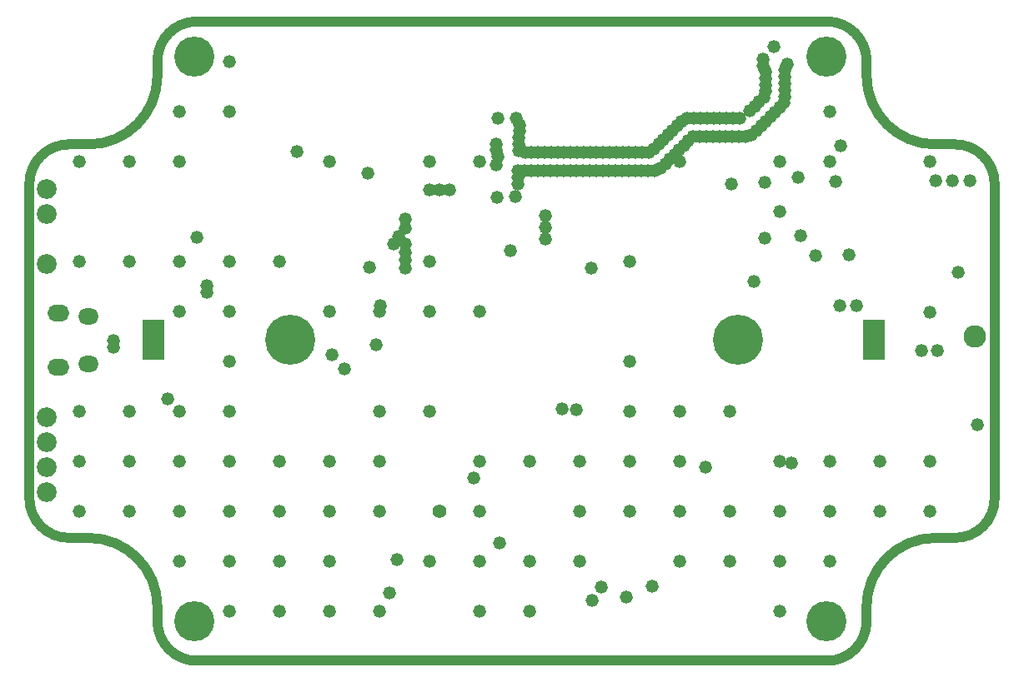
<source format=gbr>
%TF.GenerationSoftware,Altium Limited,Altium Designer,19.1.9 (167)*%
G04 Layer_Physical_Order=3*
G04 Layer_Color=128*
%FSLAX26Y26*%
%MOIN*%
%TF.FileFunction,Copper,L3,Inr,Plane*%
%TF.Part,Single*%
G01*
G75*
%TA.AperFunction,NonConductor*%
%ADD59C,0.040000*%
%TA.AperFunction,ComponentPad*%
%ADD61C,0.200000*%
%ADD62R,0.090000X0.164016*%
%ADD63C,0.090000*%
%ADD64O,0.087244X0.067559*%
%ADD65O,0.081339X0.065591*%
%ADD66C,0.079370*%
%TA.AperFunction,ViaPad*%
%ADD67C,0.160000*%
%ADD68C,0.052000*%
%ADD69C,0.056000*%
D59*
X512061Y216786D02*
G03*
X236470Y492376I-275591J-0D01*
G01*
X512061Y157731D02*
G03*
X669542Y250I157480J-0D01*
G01*
X3189227D02*
G03*
X3346707Y157730I-0J157480D01*
G01*
X3622297Y492376D02*
G03*
X3346707Y216785I0J-275591D01*
G01*
X3701037Y492376D02*
G03*
X3858518Y649856I0J157480D01*
G01*
Y1909699D02*
G03*
X3701037Y2067179I-157480J-0D01*
G01*
X3346707Y2342770D02*
G03*
X3622298Y2067179I275591J0D01*
G01*
X3346707Y2401825D02*
G03*
X3189227Y2559305I-157480J0D01*
G01*
X669542Y2559305D02*
G03*
X512061Y2401825I0J-157480D01*
G01*
X236470Y2067179D02*
G03*
X512061Y2342770I0J275591D01*
G01*
X157731Y2067179D02*
G03*
X250Y1909699I-0J-157480D01*
G01*
Y649856D02*
G03*
X157731Y492376I157480J0D01*
G01*
X250Y649856D02*
X250D01*
Y1909699D01*
X250D02*
X250D01*
X157731Y2067179D02*
X236470D01*
X512061Y2342770D02*
Y2401825D01*
X669542Y2559305D02*
X3189227D01*
X3189227Y2559305D01*
X3346707Y2401825D02*
X3346707Y2401825D01*
X3346707Y2342770D02*
Y2401825D01*
X3622298Y2067179D02*
X3701037D01*
X3858518Y1909699D02*
X3858518D01*
X3858518Y649856D02*
Y1909699D01*
Y649856D02*
X3858518D01*
X3622297Y492376D02*
X3701037D01*
X3346707Y157730D02*
Y216785D01*
X669542Y250D02*
X3189227D01*
X512061Y157731D02*
Y216786D01*
X157731Y492376D02*
X236470D01*
D61*
X2831685Y1286000D02*
D03*
X1042315D02*
D03*
D62*
X497039D02*
D03*
X3376961D02*
D03*
D63*
X3778000Y1298000D02*
D03*
D64*
X117276Y1391284D02*
D03*
Y1176716D02*
D03*
D65*
X236567Y1379472D02*
D03*
Y1188528D02*
D03*
D66*
X70000Y976000D02*
D03*
Y676000D02*
D03*
Y776000D02*
D03*
Y876000D02*
D03*
Y1787000D02*
D03*
Y1587000D02*
D03*
Y1887000D02*
D03*
D67*
X659000Y2419000D02*
D03*
X3186000Y160000D02*
D03*
X659000D02*
D03*
X3186000Y2419000D02*
D03*
D68*
X3600000Y2000000D02*
D03*
Y800000D02*
D03*
Y600000D02*
D03*
X3400000Y800000D02*
D03*
Y600000D02*
D03*
X3200000Y2200000D02*
D03*
Y2000000D02*
D03*
Y800000D02*
D03*
Y600000D02*
D03*
Y400000D02*
D03*
X3000000Y2000000D02*
D03*
Y1800000D02*
D03*
Y800000D02*
D03*
Y600000D02*
D03*
Y400000D02*
D03*
Y200000D02*
D03*
X2800000Y1000000D02*
D03*
Y600000D02*
D03*
Y400000D02*
D03*
X2600000Y2000000D02*
D03*
Y1000000D02*
D03*
Y800000D02*
D03*
Y600000D02*
D03*
Y400000D02*
D03*
X2400000Y1600000D02*
D03*
Y1200000D02*
D03*
Y1000000D02*
D03*
Y800000D02*
D03*
Y600000D02*
D03*
X2200000Y800000D02*
D03*
Y600000D02*
D03*
Y400000D02*
D03*
X2000000Y800000D02*
D03*
Y400000D02*
D03*
Y200000D02*
D03*
X1800000Y2000000D02*
D03*
Y1400000D02*
D03*
Y800000D02*
D03*
Y600000D02*
D03*
Y400000D02*
D03*
Y200000D02*
D03*
X1600000Y2000000D02*
D03*
Y1600000D02*
D03*
Y1400000D02*
D03*
Y1000000D02*
D03*
Y400000D02*
D03*
X1400000Y1400000D02*
D03*
Y1000000D02*
D03*
Y800000D02*
D03*
Y600000D02*
D03*
Y200000D02*
D03*
X1200000Y2000000D02*
D03*
Y1400000D02*
D03*
Y800000D02*
D03*
Y600000D02*
D03*
Y400000D02*
D03*
Y200000D02*
D03*
X1000000Y1600000D02*
D03*
Y800000D02*
D03*
Y600000D02*
D03*
Y400000D02*
D03*
Y200000D02*
D03*
X800000Y2400000D02*
D03*
Y2200000D02*
D03*
Y1600000D02*
D03*
Y1400000D02*
D03*
Y1200000D02*
D03*
Y1000000D02*
D03*
Y800000D02*
D03*
Y600000D02*
D03*
Y400000D02*
D03*
Y200000D02*
D03*
X600000Y2200000D02*
D03*
Y2000000D02*
D03*
Y1600000D02*
D03*
Y1400000D02*
D03*
Y1000000D02*
D03*
Y800000D02*
D03*
Y600000D02*
D03*
Y400000D02*
D03*
X400000Y2000000D02*
D03*
Y1600000D02*
D03*
Y1000000D02*
D03*
Y800000D02*
D03*
Y600000D02*
D03*
X200000Y2000000D02*
D03*
Y1600000D02*
D03*
Y1000000D02*
D03*
Y800000D02*
D03*
Y600000D02*
D03*
X2975650Y2457872D02*
D03*
X2933073Y2408717D02*
D03*
X2933806Y2382727D02*
D03*
X2944092Y2358849D02*
D03*
Y2332849D02*
D03*
Y2306849D02*
D03*
Y2280849D02*
D03*
X2935958Y2256154D02*
D03*
X2917573Y2237769D02*
D03*
X2899188Y2219384D02*
D03*
X2880803Y2200999D02*
D03*
X2838725Y2171908D02*
D03*
X2812725D02*
D03*
X2786725D02*
D03*
X2760725D02*
D03*
X2734725D02*
D03*
X2708725D02*
D03*
X2682725D02*
D03*
X2656725D02*
D03*
X2630729Y2171482D02*
D03*
X2607355Y2160095D02*
D03*
X2588970Y2141710D02*
D03*
X2570586Y2123326D02*
D03*
X2552201Y2104941D02*
D03*
X2533816Y2086556D02*
D03*
X2515431Y2068171D02*
D03*
X2497046Y2049787D02*
D03*
X2475606Y2035080D02*
D03*
X2449606D02*
D03*
X2423606D02*
D03*
X2397606D02*
D03*
X2371606D02*
D03*
X2345606D02*
D03*
X2319606D02*
D03*
X2293606D02*
D03*
X2267606D02*
D03*
X2241606D02*
D03*
X2215606D02*
D03*
X2189606D02*
D03*
X2163606D02*
D03*
X2137606D02*
D03*
X2111606D02*
D03*
X2085606D02*
D03*
X2059606D02*
D03*
X2033606D02*
D03*
X2007606D02*
D03*
X1981606D02*
D03*
X1866325Y1984088D02*
D03*
X1869242Y1856420D02*
D03*
X1943058Y1859276D02*
D03*
X1953054Y1909278D02*
D03*
X1953742Y1935269D02*
D03*
X1953207Y1961263D02*
D03*
X1979207D02*
D03*
X2005207D02*
D03*
X2031207D02*
D03*
X2057207D02*
D03*
X2083207D02*
D03*
X2109207D02*
D03*
X2135207D02*
D03*
X2161207D02*
D03*
X2187207D02*
D03*
X2213207D02*
D03*
X2239207D02*
D03*
X2265207D02*
D03*
X2291207D02*
D03*
X2317207D02*
D03*
X2343207D02*
D03*
X2369207D02*
D03*
X2395207D02*
D03*
X2421207D02*
D03*
X2447207D02*
D03*
X2473207D02*
D03*
X2499207Y1961341D02*
D03*
X2523101Y1971594D02*
D03*
X2541558Y1989906D02*
D03*
X2559943Y2008291D02*
D03*
X2578327Y2026676D02*
D03*
X2596712Y2045061D02*
D03*
X2615097Y2063445D02*
D03*
X2633482Y2081830D02*
D03*
X2653769Y2098092D02*
D03*
X2679769D02*
D03*
X2705769D02*
D03*
X2731769D02*
D03*
X2757769D02*
D03*
X2783769D02*
D03*
X2809769D02*
D03*
X2835769D02*
D03*
X2861769D02*
D03*
X2887040Y2104202D02*
D03*
X2906091Y2121896D02*
D03*
X2924476Y2140280D02*
D03*
X2942861Y2158665D02*
D03*
X2961246Y2177050D02*
D03*
X2979630Y2195434D02*
D03*
X2998015Y2213819D02*
D03*
X3014566Y2233871D02*
D03*
X3017908Y2259655D02*
D03*
Y2285655D02*
D03*
Y2311655D02*
D03*
Y2337655D02*
D03*
Y2363655D02*
D03*
X3028792Y2387267D02*
D03*
X1873092Y2172193D02*
D03*
X1867433Y2069547D02*
D03*
X1866026Y2043585D02*
D03*
X1873456Y2018669D02*
D03*
X1955974Y2042955D02*
D03*
X1954822Y2068930D02*
D03*
X1957211Y2094820D02*
D03*
X1958742Y2120775D02*
D03*
X1957917Y2146762D02*
D03*
X1946908Y2170316D02*
D03*
X709000Y1502000D02*
D03*
Y1476000D02*
D03*
X2703000Y774000D02*
D03*
X336000Y1282000D02*
D03*
Y1256000D02*
D03*
X2385000Y254000D02*
D03*
X2248000Y242000D02*
D03*
X3628000Y1241000D02*
D03*
X3567000Y1242000D02*
D03*
X2185000Y1005000D02*
D03*
X2130269Y1007778D02*
D03*
X3789000Y944000D02*
D03*
X1923000Y1641000D02*
D03*
X1476000Y1700000D02*
D03*
X1775000Y731000D02*
D03*
X3305000Y1423000D02*
D03*
X3598000Y1395000D02*
D03*
X3241000Y1423000D02*
D03*
X1404000D02*
D03*
X3143000Y1620687D02*
D03*
X2063000Y1735121D02*
D03*
X1502000Y1732000D02*
D03*
Y1767000D02*
D03*
X2063000Y1689000D02*
D03*
X3622000Y1923000D02*
D03*
X3761000D02*
D03*
X3690000D02*
D03*
X2941000Y1915000D02*
D03*
X2806000Y1909000D02*
D03*
X2896000Y1520000D02*
D03*
X3242000Y2062000D02*
D03*
X1258000Y1167000D02*
D03*
X1209000Y1224000D02*
D03*
X1386331Y1265046D02*
D03*
X1439176Y273125D02*
D03*
X2063000Y1781243D02*
D03*
X2940000Y1691000D02*
D03*
X3084000Y1701000D02*
D03*
X3222000Y1919000D02*
D03*
X554000Y1050000D02*
D03*
X1360000Y1574000D02*
D03*
X1353000Y1952000D02*
D03*
X1599000Y1886000D02*
D03*
X1880000Y472000D02*
D03*
X3074000Y1934000D02*
D03*
X3713000Y1554000D02*
D03*
X3047000Y791000D02*
D03*
X1679000Y1886000D02*
D03*
X1638000D02*
D03*
X3275000Y1624000D02*
D03*
X2245000Y1571000D02*
D03*
X669000Y1694000D02*
D03*
X1502000Y1605000D02*
D03*
Y1571000D02*
D03*
X1069000Y2039000D02*
D03*
X1502000Y1636000D02*
D03*
Y1670000D02*
D03*
X1455000D02*
D03*
X1468000Y405000D02*
D03*
X2490000Y298000D02*
D03*
X2286000Y295000D02*
D03*
D69*
X1638000Y598000D02*
D03*
%TF.MD5,bc44b568ae75f5bfd8b1d69ab0d7b87d*%
M02*

</source>
